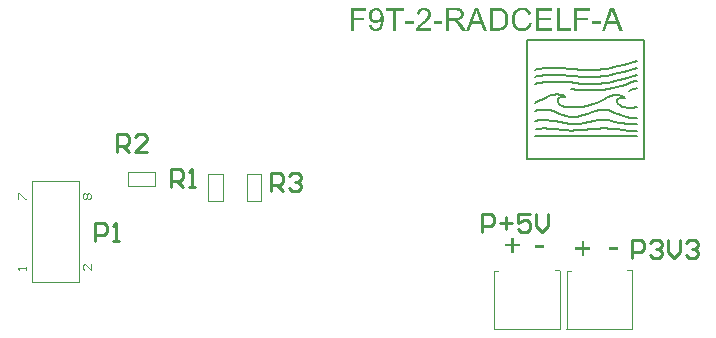
<source format=gto>
G04 Layer_Color=65535*
%FSLAX44Y44*%
%MOMM*%
G71*
G01*
G75*
%ADD14C,0.2540*%
%ADD20C,0.1000*%
%ADD21C,0.2000*%
%ADD22C,0.1200*%
G36*
X426667Y282758D02*
X423784D01*
X421557Y288582D01*
X413506D01*
X411422Y282758D01*
X408738D01*
X416047Y301972D01*
X418845D01*
X426667Y282758D01*
D02*
G37*
G36*
X400630Y301943D02*
X400887D01*
X401458Y301915D01*
X402086Y301829D01*
X402714Y301744D01*
X403342Y301601D01*
X403628Y301515D01*
X403885Y301430D01*
X403913D01*
X403942Y301401D01*
X404113Y301344D01*
X404342Y301201D01*
X404656Y301001D01*
X404998Y300744D01*
X405369Y300430D01*
X405712Y300059D01*
X406026Y299602D01*
X406054Y299545D01*
X406169Y299374D01*
X406283Y299117D01*
X406454Y298746D01*
X406597Y298318D01*
X406740Y297832D01*
X406825Y297290D01*
X406854Y296719D01*
Y296690D01*
Y296633D01*
Y296519D01*
X406825Y296376D01*
Y296205D01*
X406797Y296005D01*
X406683Y295520D01*
X406540Y294977D01*
X406283Y294406D01*
X405969Y293807D01*
X405741Y293521D01*
X405512Y293264D01*
X405484Y293236D01*
X405455Y293207D01*
X405369Y293122D01*
X405255Y293036D01*
X405112Y292922D01*
X404941Y292808D01*
X404741Y292665D01*
X404513Y292522D01*
X404227Y292379D01*
X403942Y292208D01*
X403599Y292065D01*
X403228Y291923D01*
X402828Y291808D01*
X402400Y291666D01*
X401943Y291580D01*
X401429Y291494D01*
X401487Y291466D01*
X401601Y291409D01*
X401772Y291323D01*
X402001Y291180D01*
X402514Y290895D01*
X402743Y290695D01*
X402971Y290524D01*
X403028Y290467D01*
X403171Y290352D01*
X403371Y290124D01*
X403656Y289810D01*
X403970Y289439D01*
X404313Y289011D01*
X404684Y288525D01*
X405055Y287983D01*
X408396Y282758D01*
X405227D01*
X402686Y286727D01*
Y286755D01*
X402629Y286812D01*
X402571Y286898D01*
X402486Y287012D01*
X402286Y287326D01*
X402029Y287726D01*
X401744Y288154D01*
X401429Y288582D01*
X401115Y289011D01*
X400830Y289382D01*
X400801Y289410D01*
X400716Y289524D01*
X400573Y289696D01*
X400402Y289896D01*
X400002Y290324D01*
X399774Y290495D01*
X399545Y290666D01*
X399517Y290695D01*
X399460Y290723D01*
X399345Y290781D01*
X399174Y290866D01*
X398803Y291038D01*
X398375Y291180D01*
X398346D01*
X398289Y291209D01*
X398175D01*
X398032Y291237D01*
X397832Y291266D01*
X397604D01*
X397318Y291294D01*
X394035D01*
Y282758D01*
X391494D01*
Y301972D01*
X400430D01*
X400630Y301943D01*
D02*
G37*
G36*
X373451Y302001D02*
X373679Y301972D01*
X373965Y301943D01*
X374250Y301915D01*
X374593Y301829D01*
X375278Y301658D01*
X376020Y301373D01*
X376363Y301201D01*
X376706Y301001D01*
X377048Y300773D01*
X377362Y300487D01*
X377391Y300459D01*
X377419Y300430D01*
X377505Y300345D01*
X377619Y300202D01*
X377733Y300059D01*
X377876Y299888D01*
X378019Y299660D01*
X378190Y299431D01*
X378476Y298889D01*
X378732Y298232D01*
X378847Y297889D01*
X378932Y297490D01*
X378961Y297119D01*
X378989Y296690D01*
Y296633D01*
Y296490D01*
X378961Y296262D01*
X378932Y295977D01*
X378875Y295606D01*
X378790Y295234D01*
X378675Y294835D01*
X378504Y294406D01*
X378476Y294349D01*
X378419Y294207D01*
X378304Y294007D01*
X378133Y293721D01*
X377905Y293350D01*
X377648Y292950D01*
X377305Y292522D01*
X376934Y292065D01*
X376877Y292008D01*
X376734Y291837D01*
X376620Y291723D01*
X376449Y291551D01*
X376277Y291380D01*
X376077Y291180D01*
X375849Y290952D01*
X375564Y290695D01*
X375278Y290438D01*
X374935Y290124D01*
X374593Y289810D01*
X374193Y289467D01*
X373765Y289096D01*
X373308Y288696D01*
X373280Y288668D01*
X373223Y288611D01*
X373108Y288525D01*
X372966Y288411D01*
X372623Y288097D01*
X372166Y287726D01*
X371709Y287326D01*
X371281Y286926D01*
X370881Y286555D01*
X370739Y286413D01*
X370596Y286270D01*
X370567Y286241D01*
X370510Y286156D01*
X370396Y286041D01*
X370253Y285870D01*
X370082Y285699D01*
X369911Y285470D01*
X369597Y285014D01*
X379018D01*
Y282758D01*
X366314D01*
Y282787D01*
Y282901D01*
Y283072D01*
X366342Y283272D01*
X366371Y283529D01*
X366399Y283786D01*
X366485Y284100D01*
X366570Y284386D01*
Y284414D01*
X366599Y284443D01*
X366656Y284614D01*
X366770Y284871D01*
X366942Y285185D01*
X367170Y285585D01*
X367427Y286013D01*
X367741Y286470D01*
X368112Y286926D01*
Y286955D01*
X368169Y286984D01*
X368312Y287155D01*
X368569Y287412D01*
X368912Y287754D01*
X369340Y288183D01*
X369882Y288696D01*
X370510Y289239D01*
X371224Y289839D01*
X371253Y289867D01*
X371367Y289953D01*
X371510Y290095D01*
X371738Y290267D01*
X371995Y290467D01*
X372280Y290723D01*
X372908Y291323D01*
X373622Y291951D01*
X374307Y292636D01*
X374650Y292979D01*
X374935Y293293D01*
X375221Y293607D01*
X375449Y293892D01*
Y293921D01*
X375506Y293950D01*
X375564Y294035D01*
X375621Y294149D01*
X375792Y294435D01*
X376020Y294806D01*
X376220Y295263D01*
X376391Y295748D01*
X376506Y296234D01*
X376563Y296747D01*
Y296776D01*
Y296805D01*
X376534Y296976D01*
X376506Y297233D01*
X376449Y297575D01*
X376306Y297946D01*
X376134Y298346D01*
X375878Y298746D01*
X375535Y299117D01*
X375478Y299146D01*
X375364Y299260D01*
X375135Y299431D01*
X374850Y299602D01*
X374450Y299774D01*
X374022Y299945D01*
X373508Y300059D01*
X372937Y300088D01*
X372766D01*
X372651Y300059D01*
X372337Y300031D01*
X371966Y299945D01*
X371510Y299831D01*
X371053Y299631D01*
X370596Y299374D01*
X370196Y299031D01*
X370168Y298974D01*
X370053Y298832D01*
X369882Y298603D01*
X369711Y298289D01*
X369511Y297889D01*
X369368Y297404D01*
X369254Y296833D01*
X369197Y296205D01*
X366770Y296462D01*
Y296490D01*
Y296576D01*
X366799Y296719D01*
X366827Y296919D01*
X366884Y297147D01*
X366942Y297404D01*
X367084Y298004D01*
X367313Y298660D01*
X367655Y299345D01*
X367855Y299688D01*
X368083Y300002D01*
X368340Y300316D01*
X368626Y300602D01*
X368655Y300630D01*
X368712Y300659D01*
X368797Y300744D01*
X368912Y300830D01*
X369083Y300944D01*
X369283Y301059D01*
X369511Y301173D01*
X369796Y301315D01*
X370082Y301458D01*
X370396Y301572D01*
X370767Y301686D01*
X371167Y301801D01*
X371567Y301886D01*
X372023Y301972D01*
X372480Y302001D01*
X372994Y302029D01*
X373251D01*
X373451Y302001D01*
D02*
G37*
G36*
X487849Y285014D02*
X497299D01*
Y282758D01*
X485308D01*
Y301972D01*
X487849D01*
Y285014D01*
D02*
G37*
G36*
X481454Y299717D02*
X470091D01*
Y293835D01*
X480740D01*
Y291580D01*
X470091D01*
Y285014D01*
X481911D01*
Y282758D01*
X467550D01*
Y301972D01*
X481454D01*
Y299717D01*
D02*
G37*
G36*
X436631Y301943D02*
X437174Y301915D01*
X437745Y301858D01*
X438287Y301772D01*
X438772Y301686D01*
X438801D01*
X438858Y301658D01*
X438944D01*
X439058Y301601D01*
X439372Y301515D01*
X439743Y301373D01*
X440200Y301201D01*
X440657Y300944D01*
X441142Y300659D01*
X441599Y300316D01*
X441627D01*
X441656Y300259D01*
X441741Y300173D01*
X441856Y300088D01*
X442113Y299802D01*
X442455Y299431D01*
X442826Y298946D01*
X443198Y298403D01*
X443540Y297747D01*
X443854Y297033D01*
Y297004D01*
X443883Y296947D01*
X443940Y296833D01*
X443968Y296690D01*
X444025Y296490D01*
X444111Y296262D01*
X444168Y296005D01*
X444254Y295720D01*
X444311Y295377D01*
X444368Y295035D01*
X444511Y294264D01*
X444596Y293407D01*
X444625Y292465D01*
Y292437D01*
Y292379D01*
Y292265D01*
Y292094D01*
X444596Y291894D01*
Y291694D01*
X444568Y291152D01*
X444511Y290552D01*
X444397Y289896D01*
X444282Y289239D01*
X444111Y288582D01*
Y288554D01*
X444083Y288497D01*
X444054Y288411D01*
X444025Y288297D01*
X443911Y287983D01*
X443769Y287612D01*
X443569Y287155D01*
X443340Y286698D01*
X443083Y286213D01*
X442798Y285784D01*
X442769Y285727D01*
X442655Y285613D01*
X442484Y285385D01*
X442284Y285156D01*
X442027Y284871D01*
X441713Y284557D01*
X441370Y284271D01*
X441028Y284014D01*
X440999Y283986D01*
X440857Y283900D01*
X440657Y283786D01*
X440400Y283672D01*
X440057Y283500D01*
X439657Y283358D01*
X439229Y283215D01*
X438744Y283072D01*
X438687D01*
X438601Y283044D01*
X438515Y283015D01*
X438230Y282987D01*
X437859Y282929D01*
X437402Y282872D01*
X436888Y282815D01*
X436288Y282787D01*
X435660Y282758D01*
X428751D01*
Y301972D01*
X436117D01*
X436631Y301943D01*
D02*
G37*
G36*
X537267Y97040D02*
X529987D01*
Y99410D01*
X537267D01*
Y97040D01*
D02*
G37*
G36*
X449385Y102333D02*
X454609D01*
Y100106D01*
X449385D01*
Y94881D01*
X447187D01*
Y100106D01*
X441905D01*
Y102333D01*
X447187D01*
Y107557D01*
X449385D01*
Y102333D01*
D02*
G37*
G36*
X508824Y99306D02*
X514048D01*
Y97107D01*
X508824D01*
Y91826D01*
X506597D01*
Y97107D01*
X501372D01*
Y99306D01*
X506597D01*
Y104530D01*
X508824D01*
Y99306D01*
D02*
G37*
G36*
X356036Y299717D02*
X349698D01*
Y282758D01*
X347157D01*
Y299717D01*
X340819D01*
Y301972D01*
X356036D01*
Y299717D01*
D02*
G37*
G36*
X324031D02*
X313611D01*
Y293750D01*
X322633D01*
Y291494D01*
X313611D01*
Y282758D01*
X311070D01*
Y301972D01*
X324031D01*
Y299717D01*
D02*
G37*
G36*
X474455Y98901D02*
X467175D01*
Y101271D01*
X474455D01*
Y98901D01*
D02*
G37*
G36*
X388554Y288525D02*
X381273D01*
Y290895D01*
X388554D01*
Y288525D01*
D02*
G37*
G36*
X364686D02*
X357406D01*
Y290895D01*
X364686D01*
Y288525D01*
D02*
G37*
G36*
X456930Y302286D02*
X457187Y302257D01*
X457472Y302229D01*
X457786Y302200D01*
X458158Y302143D01*
X458900Y301943D01*
X459728Y301686D01*
X460127Y301515D01*
X460527Y301315D01*
X460927Y301087D01*
X461298Y300830D01*
X461326Y300802D01*
X461384Y300773D01*
X461498Y300687D01*
X461612Y300573D01*
X461783Y300402D01*
X461955Y300231D01*
X462155Y300002D01*
X462383Y299774D01*
X462611Y299488D01*
X462840Y299174D01*
X463068Y298860D01*
X463297Y298489D01*
X463525Y298089D01*
X463725Y297661D01*
X463896Y297204D01*
X464067Y296719D01*
X461555Y296119D01*
Y296148D01*
X461526Y296205D01*
X461498Y296319D01*
X461441Y296462D01*
X461355Y296633D01*
X461269Y296833D01*
X461041Y297290D01*
X460784Y297775D01*
X460442Y298289D01*
X460042Y298775D01*
X459585Y299174D01*
X459528Y299203D01*
X459357Y299317D01*
X459100Y299488D01*
X458728Y299660D01*
X458272Y299831D01*
X457729Y300002D01*
X457101Y300116D01*
X456416Y300145D01*
X456188D01*
X456045Y300116D01*
X455845D01*
X455645Y300088D01*
X455131Y300002D01*
X454532Y299888D01*
X453904Y299688D01*
X453304Y299431D01*
X452705Y299060D01*
X452676D01*
X452648Y299003D01*
X452476Y298860D01*
X452191Y298632D01*
X451877Y298318D01*
X451534Y297889D01*
X451191Y297404D01*
X450877Y296833D01*
X450620Y296205D01*
Y296176D01*
X450592Y296119D01*
X450563Y296034D01*
X450535Y295891D01*
X450478Y295748D01*
X450421Y295548D01*
X450335Y295092D01*
X450221Y294521D01*
X450107Y293892D01*
X450049Y293236D01*
X450021Y292522D01*
Y292494D01*
Y292408D01*
Y292294D01*
Y292122D01*
X450049Y291894D01*
Y291637D01*
X450078Y291380D01*
X450107Y291066D01*
X450192Y290410D01*
X450335Y289667D01*
X450506Y288953D01*
X450735Y288240D01*
Y288211D01*
X450763Y288154D01*
X450820Y288068D01*
X450877Y287954D01*
X451049Y287612D01*
X451277Y287212D01*
X451591Y286755D01*
X451962Y286327D01*
X452419Y285870D01*
X452933Y285499D01*
X452962D01*
X452990Y285470D01*
X453076Y285413D01*
X453190Y285356D01*
X453504Y285213D01*
X453904Y285071D01*
X454389Y284899D01*
X454960Y284757D01*
X455560Y284642D01*
X456216Y284614D01*
X456416D01*
X456559Y284642D01*
X456759D01*
X456958Y284671D01*
X457472Y284757D01*
X458015Y284928D01*
X458614Y285128D01*
X459242Y285442D01*
X459528Y285613D01*
X459813Y285842D01*
X459842Y285870D01*
X459870Y285899D01*
X459956Y285984D01*
X460042Y286070D01*
X460185Y286213D01*
X460299Y286355D01*
X460613Y286755D01*
X460955Y287269D01*
X461298Y287897D01*
X461612Y288639D01*
X461840Y289496D01*
X464381Y288839D01*
Y288811D01*
X464353Y288696D01*
X464296Y288554D01*
X464239Y288325D01*
X464124Y288068D01*
X464010Y287754D01*
X463896Y287440D01*
X463725Y287069D01*
X463325Y286298D01*
X462840Y285527D01*
X462526Y285128D01*
X462212Y284757D01*
X461869Y284386D01*
X461498Y284071D01*
X461469Y284043D01*
X461412Y284014D01*
X461298Y283929D01*
X461127Y283815D01*
X460927Y283700D01*
X460670Y283557D01*
X460413Y283415D01*
X460070Y283272D01*
X459728Y283101D01*
X459328Y282958D01*
X458928Y282815D01*
X458472Y282701D01*
X457986Y282587D01*
X457501Y282501D01*
X456958Y282473D01*
X456416Y282444D01*
X456130D01*
X455902Y282473D01*
X455645D01*
X455331Y282501D01*
X454989Y282558D01*
X454617Y282615D01*
X453818Y282758D01*
X452962Y282987D01*
X452134Y283301D01*
X451734Y283472D01*
X451363Y283700D01*
X451334Y283729D01*
X451277Y283757D01*
X451191Y283843D01*
X451049Y283929D01*
X450877Y284071D01*
X450706Y284214D01*
X450278Y284642D01*
X449793Y285156D01*
X449279Y285784D01*
X448822Y286498D01*
X448394Y287355D01*
Y287383D01*
X448365Y287469D01*
X448308Y287583D01*
X448251Y287783D01*
X448165Y287983D01*
X448079Y288268D01*
X447994Y288554D01*
X447908Y288896D01*
X447794Y289268D01*
X447708Y289667D01*
X447566Y290552D01*
X447451Y291494D01*
X447394Y292522D01*
Y292551D01*
Y292665D01*
Y292808D01*
X447423Y293036D01*
Y293293D01*
X447451Y293578D01*
X447480Y293921D01*
X447537Y294292D01*
X447680Y295120D01*
X447880Y296005D01*
X448165Y296890D01*
X448536Y297747D01*
Y297775D01*
X448593Y297832D01*
X448651Y297946D01*
X448736Y298118D01*
X448879Y298289D01*
X449022Y298517D01*
X449364Y299003D01*
X449821Y299545D01*
X450392Y300116D01*
X451049Y300659D01*
X451791Y301144D01*
X451819D01*
X451877Y301201D01*
X451991Y301258D01*
X452162Y301315D01*
X452362Y301430D01*
X452590Y301515D01*
X452876Y301629D01*
X453161Y301744D01*
X453504Y301829D01*
X453847Y301943D01*
X454646Y302143D01*
X455502Y302257D01*
X456445Y302315D01*
X456730D01*
X456930Y302286D01*
D02*
G37*
G36*
X522765Y288525D02*
X515485D01*
Y290895D01*
X522765D01*
Y288525D01*
D02*
G37*
G36*
X541494Y282758D02*
X538610D01*
X536383Y288582D01*
X528332D01*
X526248Y282758D01*
X523565D01*
X530873Y301972D01*
X533671D01*
X541494Y282758D01*
D02*
G37*
G36*
X332711Y302001D02*
X332882D01*
X333082Y301972D01*
X333539Y301915D01*
X334052Y301772D01*
X334652Y301601D01*
X335223Y301344D01*
X335822Y301001D01*
X335851D01*
X335880Y300944D01*
X335965Y300887D01*
X336079Y300830D01*
X336365Y300573D01*
X336707Y300259D01*
X337079Y299859D01*
X337478Y299374D01*
X337850Y298775D01*
X338192Y298118D01*
Y298089D01*
X338221Y298032D01*
X338278Y297918D01*
X338335Y297775D01*
X338392Y297575D01*
X338449Y297347D01*
X338535Y297062D01*
X338620Y296747D01*
X338677Y296405D01*
X338763Y296005D01*
X338820Y295548D01*
X338906Y295063D01*
X338934Y294549D01*
X338992Y293978D01*
X339020Y293379D01*
Y292750D01*
Y292722D01*
Y292579D01*
Y292408D01*
Y292151D01*
X338992Y291837D01*
Y291466D01*
X338963Y291066D01*
X338906Y290638D01*
X338820Y289696D01*
X338677Y288725D01*
X338478Y287754D01*
X338335Y287297D01*
X338192Y286869D01*
Y286841D01*
X338164Y286784D01*
X338106Y286670D01*
X338049Y286527D01*
X337964Y286327D01*
X337850Y286127D01*
X337593Y285642D01*
X337250Y285099D01*
X336850Y284557D01*
X336365Y284043D01*
X335822Y283557D01*
X335794D01*
X335765Y283500D01*
X335651Y283443D01*
X335537Y283386D01*
X335394Y283301D01*
X335223Y283215D01*
X334766Y283015D01*
X334224Y282787D01*
X333596Y282615D01*
X332882Y282501D01*
X332111Y282444D01*
X331883D01*
X331740Y282473D01*
X331540D01*
X331312Y282501D01*
X330798Y282587D01*
X330227Y282758D01*
X329599Y282958D01*
X328999Y283272D01*
X328714Y283443D01*
X328428Y283672D01*
X328400Y283700D01*
X328371Y283729D01*
X328285Y283815D01*
X328200Y283900D01*
X327971Y284186D01*
X327686Y284585D01*
X327372Y285099D01*
X327115Y285699D01*
X326858Y286413D01*
X326715Y287212D01*
X328971Y287383D01*
Y287355D01*
X328999Y287326D01*
Y287240D01*
X329028Y287126D01*
X329113Y286841D01*
X329227Y286498D01*
X329370Y286127D01*
X329542Y285727D01*
X329770Y285385D01*
X330056Y285071D01*
X330084Y285042D01*
X330198Y284956D01*
X330398Y284842D01*
X330626Y284728D01*
X330941Y284614D01*
X331283Y284500D01*
X331683Y284414D01*
X332140Y284386D01*
X332339D01*
X332539Y284414D01*
X332796Y284443D01*
X333110Y284500D01*
X333424Y284585D01*
X333767Y284699D01*
X334081Y284871D01*
X334109Y284899D01*
X334224Y284956D01*
X334366Y285071D01*
X334566Y285213D01*
X334766Y285413D01*
X334995Y285642D01*
X335223Y285899D01*
X335423Y286184D01*
X335451Y286213D01*
X335508Y286327D01*
X335594Y286527D01*
X335737Y286784D01*
X335851Y287098D01*
X335994Y287469D01*
X336137Y287926D01*
X336279Y288411D01*
Y288440D01*
X336308Y288468D01*
Y288554D01*
X336336Y288668D01*
X336394Y288953D01*
X336479Y289325D01*
X336536Y289753D01*
X336593Y290238D01*
X336622Y290781D01*
X336650Y291323D01*
Y291352D01*
Y291437D01*
Y291580D01*
Y291780D01*
X336622Y291723D01*
X336508Y291609D01*
X336365Y291380D01*
X336137Y291123D01*
X335851Y290838D01*
X335537Y290552D01*
X335137Y290238D01*
X334709Y289953D01*
X334652Y289924D01*
X334509Y289839D01*
X334252Y289724D01*
X333910Y289610D01*
X333510Y289496D01*
X333082Y289382D01*
X332568Y289296D01*
X332054Y289268D01*
X331825D01*
X331654Y289296D01*
X331454Y289325D01*
X331198Y289353D01*
X330941Y289410D01*
X330655Y289496D01*
X329998Y289696D01*
X329684Y289839D01*
X329342Y289981D01*
X328999Y290181D01*
X328657Y290410D01*
X328314Y290666D01*
X328000Y290980D01*
X327971Y291009D01*
X327943Y291066D01*
X327857Y291152D01*
X327743Y291294D01*
X327629Y291466D01*
X327486Y291694D01*
X327343Y291923D01*
X327201Y292208D01*
X327029Y292522D01*
X326886Y292865D01*
X326744Y293236D01*
X326629Y293636D01*
X326515Y294092D01*
X326430Y294549D01*
X326401Y295035D01*
X326373Y295548D01*
Y295577D01*
Y295691D01*
Y295834D01*
X326401Y296034D01*
X326430Y296291D01*
X326458Y296576D01*
X326515Y296890D01*
X326601Y297233D01*
X326801Y297975D01*
X326944Y298375D01*
X327086Y298746D01*
X327286Y299146D01*
X327515Y299517D01*
X327771Y299888D01*
X328086Y300231D01*
X328114Y300259D01*
X328171Y300316D01*
X328257Y300402D01*
X328400Y300516D01*
X328571Y300659D01*
X328771Y300802D01*
X328999Y300973D01*
X329256Y301144D01*
X329570Y301287D01*
X329884Y301458D01*
X330626Y301744D01*
X331026Y301858D01*
X331454Y301943D01*
X331911Y302001D01*
X332397Y302029D01*
X332568D01*
X332711Y302001D01*
D02*
G37*
G36*
X513430Y299717D02*
X503009D01*
Y293750D01*
X512031D01*
Y291494D01*
X503009D01*
Y282758D01*
X500468D01*
Y301972D01*
X513430D01*
Y299717D01*
D02*
G37*
%LPC*%
G36*
X417389Y299974D02*
Y299945D01*
X417360Y299888D01*
Y299802D01*
X417332Y299660D01*
X417275Y299488D01*
X417246Y299288D01*
X417132Y298803D01*
X416960Y298261D01*
X416789Y297633D01*
X416589Y296976D01*
X416332Y296291D01*
X414248Y290666D01*
X420758D01*
X418759Y295948D01*
Y295977D01*
X418731Y296062D01*
X418673Y296176D01*
X418616Y296348D01*
X418531Y296548D01*
X418445Y296805D01*
X418245Y297376D01*
X418017Y298004D01*
X417788Y298660D01*
X417589Y299345D01*
X417389Y299974D01*
D02*
G37*
G36*
X400116Y299859D02*
X394035D01*
Y293493D01*
X399774D01*
X400088Y293521D01*
X400487Y293550D01*
X400916Y293578D01*
X401372Y293636D01*
X401801Y293721D01*
X402200Y293835D01*
X402257Y293864D01*
X402372Y293892D01*
X402543Y294007D01*
X402771Y294121D01*
X403000Y294292D01*
X403257Y294464D01*
X403514Y294720D01*
X403713Y294977D01*
X403742Y295006D01*
X403799Y295120D01*
X403885Y295291D01*
X403970Y295491D01*
X404056Y295748D01*
X404142Y296062D01*
X404199Y296376D01*
X404227Y296719D01*
Y296747D01*
Y296776D01*
X404199Y296947D01*
X404170Y297204D01*
X404113Y297518D01*
X403970Y297861D01*
X403799Y298261D01*
X403571Y298632D01*
X403228Y298974D01*
X403171Y299003D01*
X403028Y299117D01*
X402800Y299260D01*
X402457Y299431D01*
X402029Y299574D01*
X401487Y299717D01*
X400858Y299831D01*
X400116Y299859D01*
D02*
G37*
G36*
X435718Y299717D02*
X431292D01*
Y285014D01*
X435689D01*
X436032Y285042D01*
X436460Y285071D01*
X436917Y285099D01*
X437430Y285156D01*
X437916Y285242D01*
X438344Y285356D01*
X438401Y285385D01*
X438515Y285413D01*
X438715Y285499D01*
X438972Y285613D01*
X439258Y285756D01*
X439543Y285927D01*
X439829Y286127D01*
X440086Y286355D01*
X440114Y286413D01*
X440228Y286527D01*
X440400Y286727D01*
X440600Y287012D01*
X440828Y287355D01*
X441056Y287754D01*
X441285Y288240D01*
X441485Y288782D01*
Y288811D01*
X441513Y288868D01*
X441542Y288953D01*
X441570Y289068D01*
X441599Y289210D01*
X441656Y289382D01*
X441741Y289839D01*
X441827Y290381D01*
X441913Y291009D01*
X441970Y291723D01*
X441998Y292494D01*
Y292522D01*
Y292636D01*
Y292779D01*
X441970Y292979D01*
Y293236D01*
X441941Y293550D01*
X441913Y293864D01*
X441884Y294207D01*
X441741Y294949D01*
X441570Y295720D01*
X441342Y296462D01*
X441171Y296805D01*
X440999Y297119D01*
Y297147D01*
X440942Y297204D01*
X440885Y297261D01*
X440828Y297376D01*
X440600Y297661D01*
X440314Y298004D01*
X439971Y298375D01*
X439572Y298746D01*
X439115Y299060D01*
X438601Y299317D01*
X438544Y299345D01*
X438401Y299374D01*
X438144Y299431D01*
X437802Y299517D01*
X437345Y299602D01*
X436774Y299660D01*
X436117Y299688D01*
X435718Y299717D01*
D02*
G37*
G36*
X532215Y299974D02*
Y299945D01*
X532187Y299888D01*
Y299802D01*
X532158Y299660D01*
X532101Y299488D01*
X532072Y299288D01*
X531958Y298803D01*
X531787Y298261D01*
X531616Y297633D01*
X531416Y296976D01*
X531159Y296291D01*
X529075Y290666D01*
X535584D01*
X533586Y295948D01*
Y295977D01*
X533557Y296062D01*
X533500Y296176D01*
X533443Y296348D01*
X533357Y296548D01*
X533271Y296805D01*
X533072Y297376D01*
X532843Y298004D01*
X532615Y298660D01*
X532415Y299345D01*
X532215Y299974D01*
D02*
G37*
G36*
X332682Y300088D02*
X332539D01*
X332425Y300059D01*
X332111Y300031D01*
X331740Y299916D01*
X331312Y299774D01*
X330855Y299545D01*
X330398Y299231D01*
X330170Y299031D01*
X329941Y298803D01*
X329884Y298746D01*
X329827Y298660D01*
X329770Y298575D01*
X329570Y298289D01*
X329370Y297918D01*
X329170Y297433D01*
X328971Y296862D01*
X328856Y296205D01*
X328799Y295463D01*
Y295434D01*
Y295377D01*
Y295291D01*
X328828Y295149D01*
X328856Y294835D01*
X328942Y294406D01*
X329056Y293950D01*
X329256Y293436D01*
X329513Y292950D01*
X329884Y292494D01*
X329941Y292437D01*
X330084Y292322D01*
X330312Y292122D01*
X330655Y291923D01*
X331055Y291723D01*
X331511Y291523D01*
X332054Y291409D01*
X332625Y291352D01*
X332796D01*
X332910Y291380D01*
X333196Y291409D01*
X333596Y291494D01*
X334024Y291637D01*
X334481Y291837D01*
X334909Y292122D01*
X335337Y292494D01*
X335394Y292551D01*
X335508Y292693D01*
X335680Y292950D01*
X335880Y293321D01*
X336051Y293778D01*
X336222Y294321D01*
X336336Y294949D01*
X336394Y295663D01*
Y295691D01*
Y295748D01*
Y295862D01*
X336365Y296005D01*
Y296176D01*
X336336Y296376D01*
X336251Y296833D01*
X336137Y297347D01*
X335937Y297889D01*
X335680Y298403D01*
X335309Y298889D01*
X335252Y298946D01*
X335109Y299088D01*
X334880Y299260D01*
X334566Y299488D01*
X334195Y299717D01*
X333738Y299888D01*
X333224Y300031D01*
X332682Y300088D01*
D02*
G37*
%LPD*%
D14*
X94541Y104967D02*
Y120202D01*
X102159D01*
X104698Y117663D01*
Y112585D01*
X102159Y110045D01*
X94541D01*
X109776Y104967D02*
X114854D01*
X112315D01*
Y120202D01*
X109776Y117663D01*
X159163Y150363D02*
Y165598D01*
X166781D01*
X169320Y163059D01*
Y157980D01*
X166781Y155441D01*
X159163D01*
X164242D02*
X169320Y150363D01*
X174398D02*
X179477D01*
X176937D01*
Y165598D01*
X174398Y163059D01*
X548830Y90110D02*
Y105345D01*
X556448D01*
X558987Y102806D01*
Y97727D01*
X556448Y95188D01*
X548830D01*
X564065Y102806D02*
X566604Y105345D01*
X571683D01*
X574222Y102806D01*
Y100266D01*
X571683Y97727D01*
X569144D01*
X571683D01*
X574222Y95188D01*
Y92649D01*
X571683Y90110D01*
X566604D01*
X564065Y92649D01*
X579300Y105345D02*
Y95188D01*
X584379Y90110D01*
X589457Y95188D01*
Y105345D01*
X594535Y102806D02*
X597075Y105345D01*
X602153D01*
X604692Y102806D01*
Y100266D01*
X602153Y97727D01*
X599614D01*
X602153D01*
X604692Y95188D01*
Y92649D01*
X602153Y90110D01*
X597075D01*
X594535Y92649D01*
X422433Y112433D02*
Y127668D01*
X430051D01*
X432590Y125129D01*
Y120051D01*
X430051Y117512D01*
X422433D01*
X437668Y120051D02*
X447825D01*
X442747Y125129D02*
Y114972D01*
X463060Y127668D02*
X452903D01*
Y120051D01*
X457982Y122590D01*
X460521D01*
X463060Y120051D01*
Y114972D01*
X460521Y112433D01*
X455443D01*
X452903Y114972D01*
X468139Y127668D02*
Y117512D01*
X473217Y112433D01*
X478295Y117512D01*
Y127668D01*
X113101Y180140D02*
Y195375D01*
X120718D01*
X123258Y192836D01*
Y187758D01*
X120718Y185219D01*
X113101D01*
X118179D02*
X123258Y180140D01*
X138493D02*
X128336D01*
X138493Y190297D01*
Y192836D01*
X135954Y195375D01*
X130875D01*
X128336Y192836D01*
X243610Y146873D02*
Y162108D01*
X251228D01*
X253767Y159569D01*
Y154491D01*
X251228Y151952D01*
X243610D01*
X248689D02*
X253767Y146873D01*
X258846Y159569D02*
X261385Y162108D01*
X266463D01*
X269002Y159569D01*
Y157030D01*
X266463Y154491D01*
X263924D01*
X266463D01*
X269002Y151952D01*
Y149412D01*
X266463Y146873D01*
X261385D01*
X258846Y149412D01*
D20*
X545269Y79756D02*
X549208D01*
X549500Y79464D01*
Y30010D02*
Y79464D01*
Y30010D02*
X549646Y29864D01*
X493628D02*
X549646D01*
X493773Y30010D02*
Y79464D01*
X497129D01*
X497275Y79318D01*
X41070Y70258D02*
X81070D01*
Y155258D01*
X41070D02*
X81070D01*
X41070Y70258D02*
Y155258D01*
X435591Y79586D02*
X435736Y79440D01*
X432235Y79586D02*
X435591D01*
X432235Y30132D02*
Y79586D01*
X432089Y29986D02*
X488108D01*
X487962Y30132D02*
X488108Y29986D01*
X487962Y30132D02*
Y79586D01*
X487670Y79877D02*
X487962Y79586D01*
X483731Y79877D02*
X487670D01*
X36070Y80258D02*
Y82591D01*
Y81424D01*
X29072D01*
X30238Y80258D01*
X91070Y84923D02*
Y80258D01*
X86405Y84923D01*
X85239D01*
X84072Y83757D01*
Y81424D01*
X85239Y80258D01*
X29072Y140258D02*
Y144923D01*
X30238D01*
X34904Y140258D01*
X36070D01*
X85239D02*
X84072Y141425D01*
Y143757D01*
X85239Y144923D01*
X86405D01*
X87571Y143757D01*
X88737Y144923D01*
X89904D01*
X91070Y143757D01*
Y141425D01*
X89904Y140258D01*
X88737D01*
X87571Y141425D01*
X86405Y140258D01*
X85239D01*
X87571Y141425D02*
Y143757D01*
D21*
X460126Y173807D02*
Y274552D01*
Y173807D02*
X559743D01*
Y274552D01*
X460126D02*
X559743D01*
X467368Y193150D02*
X553379D01*
X546304Y198063D02*
X553274Y198007D01*
X541398Y198425D02*
X546304Y198063D01*
X536370Y199119D02*
X541398Y198425D01*
X531323Y199788D02*
X536370Y199119D01*
X525747Y199983D02*
X531323Y199788D01*
X519280Y199676D02*
X525747Y199983D01*
X513676Y199231D02*
X519280Y199676D01*
X509271Y198618D02*
X513676Y199231D01*
X504988Y198364D02*
X509253Y198615D01*
X502088Y198225D02*
X504988Y198364D01*
X497293Y198169D02*
X502088Y198225D01*
X494198Y198337D02*
X497293Y198169D01*
X489766Y198810D02*
X494198Y198337D01*
X484552Y199451D02*
X489766Y198810D01*
X479060Y199813D02*
X484552Y199451D01*
X474544Y200008D02*
X479060Y199813D01*
X471226Y199757D02*
X474544Y200008D01*
X467523Y199291D02*
X471226Y199757D01*
X553180Y203681D02*
X553727Y203689D01*
X548717Y203629D02*
X553180Y203681D01*
X544777Y203716D02*
X548717Y203629D01*
X540516Y204479D02*
X544777Y203716D01*
X538487Y204952D02*
X540516Y204479D01*
X534624Y205756D02*
X538487Y204952D01*
X531602Y206375D02*
X534624Y205756D01*
X529534Y206721D02*
X531602Y206375D01*
X526265Y206957D02*
X529534Y206721D01*
X522699Y206994D02*
X526265Y206957D01*
X520560Y206855D02*
X522699Y206994D01*
X517365Y206472D02*
X520560Y206855D01*
X512970Y205507D02*
X517365Y206472D01*
X508252Y204430D02*
X512970Y205507D01*
X504849Y203984D02*
X508252Y204430D01*
X499933Y203699D02*
X504849Y203984D01*
X496367Y203786D02*
X499933Y203699D01*
X492553Y204330D02*
X496367Y203786D01*
X488170Y205221D02*
X492553Y204330D01*
X484272Y206054D02*
X488170Y205221D01*
X480632Y206561D02*
X484272Y206054D01*
X477623Y206994D02*
X480632Y206561D01*
X475121Y207043D02*
X477623Y206994D01*
X472732Y206932D02*
X475121Y207043D01*
X470911Y206709D02*
X472732Y206932D01*
X467172Y205992D02*
X470911Y206709D01*
X549758Y208842D02*
X553097Y209145D01*
X547345Y209129D02*
X549758Y208842D01*
X544852Y209576D02*
X547345Y209129D01*
X541944Y210374D02*
X544852Y209576D01*
X539499Y211252D02*
X541944Y210374D01*
X537078Y212324D02*
X539499Y211252D01*
X534329Y213410D02*
X537078Y212324D01*
X531693Y214495D02*
X534329Y213410D01*
X529120Y215246D02*
X531693Y214495D01*
X526548Y215677D02*
X529120Y215246D01*
X524841Y215746D02*
X526548Y215677D01*
X521580Y215563D02*
X524841Y215746D01*
X518456Y215039D02*
X521580Y215563D01*
X515469Y214014D02*
X518456Y215039D01*
X511958Y212533D02*
X515469Y214014D01*
X507808Y211007D02*
X511958Y212533D01*
X505323Y210209D02*
X507808Y211007D01*
X502473Y209526D02*
X505323Y210209D01*
X500375Y209389D02*
X502473Y209526D01*
X498095D02*
X500375Y209389D01*
X496362Y209776D02*
X498095Y209526D01*
X493238Y210483D02*
X496362Y209776D01*
X490646Y211326D02*
X493245Y210483D01*
X487750Y212465D02*
X490646Y211326D01*
X484763Y213786D02*
X487750Y212465D01*
X482529Y214766D02*
X484763Y213786D01*
X480180Y215358D02*
X482529Y214766D01*
X478174Y215791D02*
X480180Y215358D01*
X475802Y215973D02*
X478174Y215791D01*
X473842Y215973D02*
X475802D01*
X471698Y215723D02*
X473842Y215973D01*
X469715Y215313D02*
X471698Y215723D01*
X467115Y214652D02*
X469715Y215313D01*
X549324Y217290D02*
X553252Y218144D01*
X547569Y217211D02*
X549324Y217290D01*
X544931Y217508D02*
X547569Y217211D01*
X542887Y217870D02*
X544931Y217508D01*
X540842Y218529D02*
X542887Y217870D01*
X538666Y219485D02*
X540842Y218529D01*
X537379Y220737D02*
X538666Y219485D01*
X536819Y222186D02*
X537379Y220737D01*
X536819Y222186D02*
X536852Y223669D01*
X537412Y224855D01*
X538402Y225712D01*
X539325Y226009D01*
X541106D01*
X543183Y225976D01*
X540842Y227393D02*
X543183Y225976D01*
X537610Y228249D02*
X540842Y227393D01*
X534247Y228150D02*
X537610Y228249D01*
X531707Y227689D02*
X534247Y228150D01*
X528839Y226503D02*
X531707Y227689D01*
X524552Y224163D02*
X528839Y226503D01*
X519210Y221758D02*
X524552Y224163D01*
X515813Y220374D02*
X519210Y221758D01*
X511256Y219134D02*
X515813Y220374D01*
X506786Y218335D02*
X511256Y219134D01*
X502645Y218006D02*
X506786Y218335D01*
X499775Y217818D02*
X502645Y218006D01*
X497469Y217865D02*
X499775Y217818D01*
X494928Y218100D02*
X497469Y217865D01*
X492387Y218476D02*
X494928Y218100D01*
X489987Y219040D02*
X492387Y218476D01*
X487917Y220122D02*
X489987Y219040D01*
X487023Y221015D02*
X487917Y220122D01*
X486411Y222614D02*
X487023Y221015D01*
X486364Y223883D02*
X486411Y222614D01*
X486364Y223883D02*
X486552Y224776D01*
X486929Y225340D01*
X487541Y225905D01*
X488764Y226328D01*
X489940Y226469D01*
X492058Y226328D01*
X492811D01*
Y226657D01*
X492293Y227174D02*
X492811Y226657D01*
X490599Y228020D02*
X492293Y227174D01*
X488434Y228585D02*
X490599Y228020D01*
X485611Y228773D02*
X488434Y228585D01*
X483211Y228538D02*
X485611Y228773D01*
X480623Y227926D02*
X483211Y228538D01*
X477518Y226563D02*
X480623Y227926D01*
X474506Y225199D02*
X477518Y226563D01*
X472154Y223883D02*
X474506Y225199D01*
X469754Y222801D02*
X472154Y223883D01*
X467213Y221767D02*
X469754Y222801D01*
X551529Y233701D02*
X553292Y234200D01*
X549698Y233119D02*
X551529Y233701D01*
X546288Y231789D02*
X549698Y233119D01*
X551728Y239918D02*
X553276Y240384D01*
X549366Y239154D02*
X551728Y239918D01*
X546737Y238223D02*
X549366Y239154D01*
X543825Y237126D02*
X546737Y238223D01*
X540215Y235945D02*
X543825Y237126D01*
X536654Y234931D02*
X540215Y235945D01*
X532900Y233963D02*
X536654Y234931D01*
X528507Y233198D02*
X532900Y233963D01*
X524331Y232617D02*
X528507Y233198D01*
X520404Y232301D02*
X524331Y232617D01*
X516905Y232133D02*
X520404Y232301D01*
X512917Y232228D02*
X516905Y232133D01*
X508430Y232346D02*
X512917Y232228D01*
X503396Y232655D02*
X508430Y232346D01*
X497841Y233200D02*
X503396Y232655D01*
X542759Y241945D02*
X553880Y245530D01*
X538168Y240697D02*
X542759Y241945D01*
X534581Y239808D02*
X538168Y240697D01*
X531880Y239157D02*
X534581Y239808D01*
X528624Y238583D02*
X531880Y239157D01*
X525173Y238098D02*
X528624Y238583D01*
X521199Y237826D02*
X525173Y238098D01*
X517648Y237619D02*
X521199Y237826D01*
X514482Y237502D02*
X517648Y237619D01*
X510153Y237638D02*
X514482Y237502D01*
X506094Y237871D02*
X510153Y237638D01*
X501693Y238352D02*
X506094Y237871D01*
X495792Y238878D02*
X501693Y238352D01*
X491802Y239127D02*
X495792Y238878D01*
X488145Y239210D02*
X491802Y239127D01*
X484598Y239265D02*
X488145Y239210D01*
X481938Y239265D02*
X484598D01*
X479085D02*
X481938D01*
X476619Y239182D02*
X479085Y239265D01*
X474846Y239071D02*
X476619Y239182D01*
X472435Y238850D02*
X474846Y239071D01*
X469553Y238407D02*
X472435Y238850D01*
X467392Y237936D02*
X469553Y238407D01*
X542338Y247839D02*
X553459Y251424D01*
X537747Y246591D02*
X542338Y247839D01*
X534160Y245702D02*
X537747Y246591D01*
X531459Y245051D02*
X534160Y245702D01*
X528202Y244477D02*
X531459Y245051D01*
X524751Y243992D02*
X528202Y244477D01*
X520778Y243720D02*
X524751Y243992D01*
X517226Y243513D02*
X520778Y243720D01*
X514061Y243396D02*
X517226Y243513D01*
X509731Y243532D02*
X514061Y243396D01*
X505673Y243765D02*
X509731Y243532D01*
X501272Y244246D02*
X505673Y243765D01*
X495370Y244772D02*
X501272Y244246D01*
X491381Y245021D02*
X495370Y244772D01*
X487723Y245104D02*
X491381Y245021D01*
X484177Y245159D02*
X487723Y245104D01*
X481517Y245159D02*
X484177D01*
X478663D02*
X481517D01*
X476197Y245076D02*
X478663Y245159D01*
X474424Y244965D02*
X476197Y245076D01*
X472014Y244744D02*
X474424Y244965D01*
X469132Y244301D02*
X472014Y244744D01*
X466971Y243830D02*
X469132Y244301D01*
X542198Y253732D02*
X553318Y257318D01*
X537606Y252485D02*
X542198Y253732D01*
X534020Y251596D02*
X537606Y252485D01*
X531318Y250945D02*
X534020Y251596D01*
X528062Y250371D02*
X531318Y250945D01*
X524611Y249886D02*
X528062Y250371D01*
X520637Y249614D02*
X524611Y249886D01*
X517086Y249407D02*
X520637Y249614D01*
X513921Y249291D02*
X517086Y249407D01*
X509591Y249426D02*
X513921Y249291D01*
X505532Y249659D02*
X509591Y249426D01*
X501131Y250140D02*
X505532Y249659D01*
X495230Y250666D02*
X501131Y250140D01*
X491240Y250915D02*
X495230Y250666D01*
X487583Y250998D02*
X491240Y250915D01*
X484036Y251053D02*
X487583Y250998D01*
X481377Y251053D02*
X484036D01*
X478523D02*
X481377D01*
X476057Y250970D02*
X478523Y251053D01*
X474284Y250859D02*
X476057Y250970D01*
X471873Y250638D02*
X474284Y250859D01*
X468992Y250195D02*
X471873Y250638D01*
X466831Y249724D02*
X468992Y250195D01*
D22*
X190618Y138165D02*
X201118D01*
X202618D01*
Y161165D01*
X190618D02*
X202618D01*
X190618Y138165D02*
Y161165D01*
X222954Y138165D02*
X233454D01*
X234954D01*
Y161165D01*
X222954D02*
X234954D01*
X222954Y138165D02*
Y161165D01*
X122306Y163109D02*
X145306D01*
Y151109D02*
Y163109D01*
X122306Y151109D02*
X145306D01*
X122306D02*
Y152609D01*
Y163109D01*
M02*

</source>
